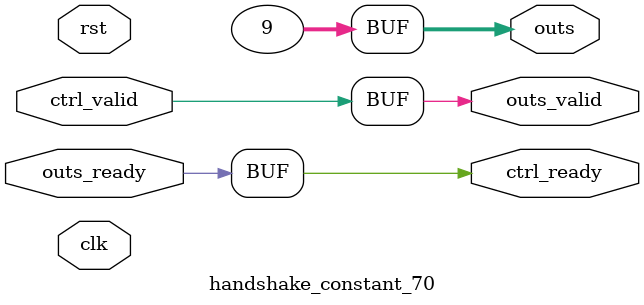
<source format=v>
`timescale 1ns / 1ps
module handshake_constant_70 #(
  parameter DATA_WIDTH = 32  // Default set to 32 bits
) (
  input                       clk,
  input                       rst,
  // Input Channel
  input                       ctrl_valid,
  output                      ctrl_ready,
  // Output Channel
  output [DATA_WIDTH - 1 : 0] outs,
  output                      outs_valid,
  input                       outs_ready
);
  assign outs       = 5'b01001;
  assign outs_valid = ctrl_valid;
  assign ctrl_ready = outs_ready;

endmodule

</source>
